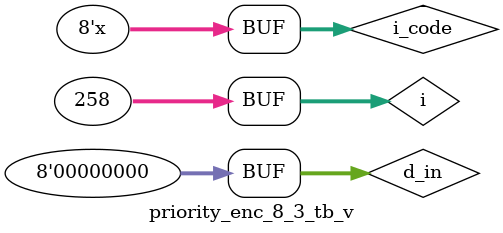
<source format=v>

`timescale 1ms/1ms

module priority_enc_8_3_tb_v;
  
  reg  [7:0] i_code;
  wire [2:0] o_code;
  
  // reg i_a, i_b, i_c, i_d;
  reg [7:0] d_in = 4'b0000;
  integer i;
  
  // duv port map options:
  priority_enc_8_3_v duv (.i_code(i_code), .o_code(o_code)); 
  
  //procedure statement
  initial begin

      for (i = 0 ; i < 258 ; i = i + 1) begin
        #1000 i_code = d_in;
        // #1000 o_code[0] = d_in[0]; o_code[1] = d_in[1]; o_code[2] = d_in[]; i_d = d_in[4];
        d_in = d_in + 1;
      end

      
      
      
          
    end

endmodule

</source>
